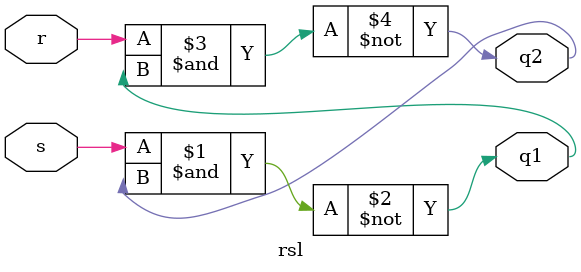
<source format=v>
`timescale 1ns / 1ps

module rsl(
    input wire s,
    input wire r,
    output wire q1,
    output wire q2
);

    assign q1 = ~(s & q2);
    assign q2 = ~(r & q1);

endmodule

</source>
